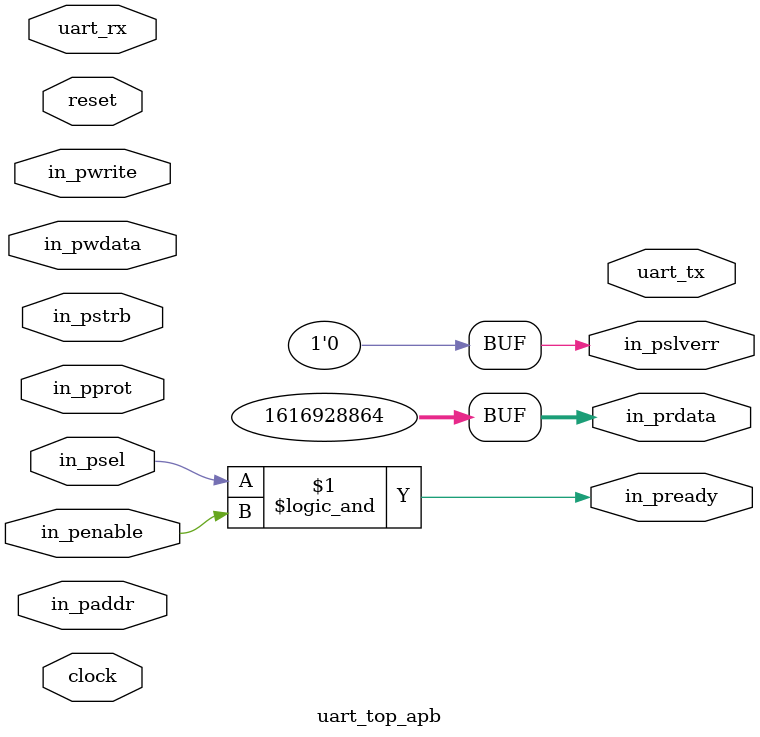
<source format=v>
`define FAST_UART

module uart_top_apb (
       input   wire        reset
     , input   wire        clock
     , input   wire        in_psel
     , input   wire        in_penable
     , input   wire [2:0]   in_pprot
     , output              in_pready
     , output  wire        in_pslverr
     , input   wire [31:0] in_paddr
     , input   wire        in_pwrite
     , output  wire [31:0] in_prdata
     , input   wire [31:0] in_pwdata
     , input   wire [3:0]  in_pstrb
     , input   wire        uart_rx       // serial output
     , output  wire        uart_tx       // serial input
);
`ifdef FAST_UART

assign in_pready = in_psel && in_penable;
assign in_pslverr = 1'b0;
assign in_prdata = {4{8'h60}};

always @(posedge clock) begin
  if(in_psel && in_penable && in_pwrite) begin
    case (in_paddr[1:0])
      2'b00: $write("%c",in_pwdata[7:0]);
      default : $write("unknow addr %x\n",in_paddr[7:0]);
    endcase
  end
end

`else
   //--------------------------------------------------
   wire   rtsn;
   wire   ctsn = 1'b0;
   wire   dtr_pad_o;
   wire   dsr_pad_i=1'b0;
   wire   ri_pad_i =1'b0;
   wire   dcd_pad_i=1'b0;
   wire   interrupt;
   //--------------------------------------------------------
   wire       reg_we;   // Write enable for registers
   wire       reg_re;   // Read enable for registers
   wire [2:0] reg_adr;
   reg  [7:0] reg_dat8_w; // write to reg
   reg  [7:0] reg_dat8_w_reg;
   wire [7:0] reg_dat8_r; // read from reg
   wire       rts_internal;
   assign     rtsn = ~rts_internal;
   //--------------------------------------------------------
   assign in_pready = in_psel && in_penable;
   assign in_pslverr = 1'b0;
   assign reg_we  = ~reset & in_psel & ~in_penable &  in_pwrite;
   assign reg_re  = ~reset & in_psel & ~in_penable & ~in_pwrite;
   assign reg_adr = in_paddr[2:0]; //assign adr_o   = in_paddr[2:0];
   assign in_prdata  = (in_psel) ? {4{reg_dat8_r}} : 'h0;
   always @ (in_paddr[1:0] or in_pwdata) begin
             case (in_paddr[1:0])
             `ifdef ENDIAN_BIG
             2'b00: reg_dat8_w = #1 in_pwdata[31:24];
             2'b01: reg_dat8_w = #1 in_pwdata[23:16];
             2'b10: reg_dat8_w = #1 in_pwdata[15:8];
             2'b11: reg_dat8_w = #1 in_pwdata[7:0];
             `else // little-endian -- default
             2'b00: reg_dat8_w = #1 in_pwdata[7:0];
             2'b01: reg_dat8_w = #1 in_pwdata[15:8];
             2'b10: reg_dat8_w = #1 in_pwdata[23:16];
             2'b11: reg_dat8_w = #1 in_pwdata[31:24];
             `endif
             endcase
   end
   always @ (posedge clock) begin
     reg_dat8_w_reg <= reg_dat8_w;
   end
   //--------------------------------------------------------
   // Registers
   // As shown below reg_dat_i should be stable
   // one-cycle after reg_we negates.
   //              ___     ___     ___     ___     ___     ___
   //  clock    __|   |___|   |___|   |___|   |___|   |___|   |__
   //             ________________        ________________
   //  reg_adr  XX________________XXXXXXXX________________XXXX
   //             ________________
   //  reg_dat_i X________________XXXXXXX
   //                                     ________________
   //  reg_dat_o XXXXXXXXXXXXXXXXXXXXXXXXX________________XXXX
   //                                              _______
   //  reg_re   __________________________________|       |_____
   //              _______
   //  reg_we   __|       |_____________________________________
   //
   uart_regs Uregs(
          .clk         (clock),
          .wb_rst_i    (reset),
          .wb_addr_i   (reg_adr),
          .wb_dat_i    (in_pwrite ? reg_dat8_w:reg_dat8_w_reg),
          .wb_dat_o    (reg_dat8_r),
          .wb_we_i     (reg_we),
          .wb_re_i     (reg_re),
          .modem_inputs({~ctsn, dsr_pad_i, ri_pad_i,  dcd_pad_i}),
          .stx_pad_o   (uart_tx),
          .srx_pad_i   (uart_rx),
          .rts_pad_o   (rts_internal),
          .dtr_pad_o   (dtr_pad_o),
          .int_o       (interrupt)
   );

`endif // FAST_UART
endmodule

</source>
